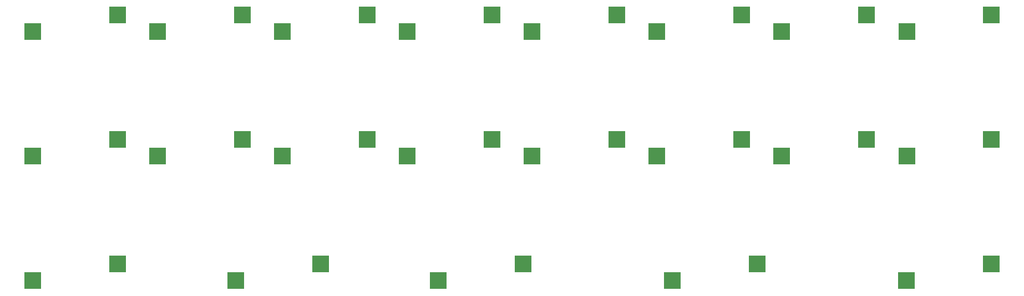
<source format=gbr>
%TF.GenerationSoftware,KiCad,Pcbnew,7.0.8-dirty*%
%TF.CreationDate,2023-11-22T20:27:44+09:00*%
%TF.ProjectId,typing-check-board,74797069-6e67-42d6-9368-65636b2d626f,rev?*%
%TF.SameCoordinates,Original*%
%TF.FileFunction,Copper,L2,Bot*%
%TF.FilePolarity,Positive*%
%FSLAX46Y46*%
G04 Gerber Fmt 4.6, Leading zero omitted, Abs format (unit mm)*
G04 Created by KiCad (PCBNEW 7.0.8-dirty) date 2023-11-22 20:27:44*
%MOMM*%
%LPD*%
G01*
G04 APERTURE LIST*
%TA.AperFunction,SMDPad,CuDef*%
%ADD10R,2.550000X2.500000*%
%TD*%
G04 APERTURE END LIST*
D10*
%TO.P,REF13,1*%
%TO.N,N/C*%
X130710000Y-103479600D03*
%TO.P,REF13,2*%
X143637000Y-100939600D03*
%TD*%
%TO.P,REFS2,1*%
%TO.N,N/C*%
X171172200Y-122555000D03*
%TO.P,REFS2,2*%
X184099200Y-120015000D03*
%TD*%
%TO.P,REF03,1*%
%TO.N,N/C*%
X130710000Y-84429600D03*
%TO.P,REF03,2*%
X143637000Y-81889600D03*
%TD*%
%TO.P,REF00,1*%
%TO.N,N/C*%
X73560000Y-84429600D03*
%TO.P,REF00,2*%
X86487000Y-81889600D03*
%TD*%
%TO.P,REF02,1*%
%TO.N,N/C*%
X111660000Y-84429600D03*
%TO.P,REF02,2*%
X124587000Y-81889600D03*
%TD*%
%TO.P,REF07,1*%
%TO.N,N/C*%
X206935400Y-84429600D03*
%TO.P,REF07,2*%
X219862400Y-81889600D03*
%TD*%
%TO.P,REF27,1*%
%TO.N,N/C*%
X206910000Y-122529600D03*
%TO.P,REF27,2*%
X219837000Y-119989600D03*
%TD*%
%TO.P,REF20,1*%
%TO.N,N/C*%
X73534600Y-122529600D03*
%TO.P,REF20,2*%
X86461600Y-119989600D03*
%TD*%
%TO.P,REF06,1*%
%TO.N,N/C*%
X187860000Y-84429600D03*
%TO.P,REF06,2*%
X200787000Y-81889600D03*
%TD*%
%TO.P,REF01,1*%
%TO.N,N/C*%
X92610000Y-84429600D03*
%TO.P,REF01,2*%
X105537000Y-81889600D03*
%TD*%
%TO.P,REF12,1*%
%TO.N,N/C*%
X111660000Y-103479600D03*
%TO.P,REF12,2*%
X124587000Y-100939600D03*
%TD*%
%TO.P,REFS0,1*%
%TO.N,N/C*%
X104522600Y-122555000D03*
%TO.P,REFS0,2*%
X117449600Y-120015000D03*
%TD*%
%TO.P,REF10,1*%
%TO.N,N/C*%
X73560000Y-103479600D03*
%TO.P,REF10,2*%
X86487000Y-100939600D03*
%TD*%
%TO.P,REF14,1*%
%TO.N,N/C*%
X149760000Y-103479600D03*
%TO.P,REF14,2*%
X162687000Y-100939600D03*
%TD*%
%TO.P,REFS1,1*%
%TO.N,N/C*%
X135459800Y-122529600D03*
%TO.P,REFS1,2*%
X148386800Y-119989600D03*
%TD*%
%TO.P,REF11,1*%
%TO.N,N/C*%
X92610000Y-103479600D03*
%TO.P,REF11,2*%
X105537000Y-100939600D03*
%TD*%
%TO.P,REF04,1*%
%TO.N,N/C*%
X149760000Y-84429600D03*
%TO.P,REF04,2*%
X162687000Y-81889600D03*
%TD*%
%TO.P,REF17,1*%
%TO.N,N/C*%
X206935400Y-103479600D03*
%TO.P,REF17,2*%
X219862400Y-100939600D03*
%TD*%
%TO.P,REF05,1*%
%TO.N,N/C*%
X168810000Y-84429600D03*
%TO.P,REF05,2*%
X181737000Y-81889600D03*
%TD*%
%TO.P,REF15,1*%
%TO.N,N/C*%
X168810000Y-103479600D03*
%TO.P,REF15,2*%
X181737000Y-100939600D03*
%TD*%
%TO.P,REF16,1*%
%TO.N,N/C*%
X187860000Y-103479600D03*
%TO.P,REF16,2*%
X200787000Y-100939600D03*
%TD*%
M02*

</source>
